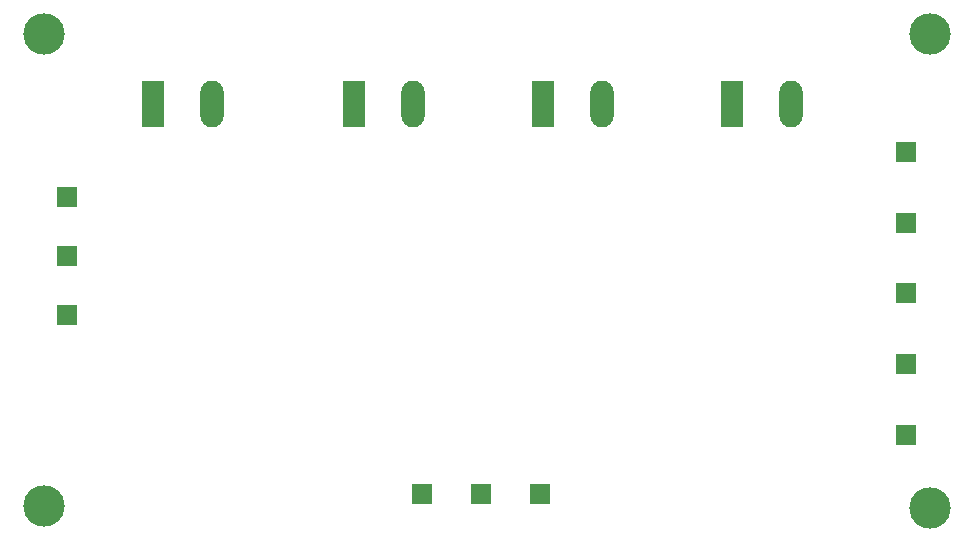
<source format=gbr>
%TF.GenerationSoftware,KiCad,Pcbnew,(6.0.1)*%
%TF.CreationDate,2022-03-07T20:23:26-06:00*%
%TF.ProjectId,light_board,6c696768-745f-4626-9f61-72642e6b6963,rev?*%
%TF.SameCoordinates,Original*%
%TF.FileFunction,Soldermask,Bot*%
%TF.FilePolarity,Negative*%
%FSLAX46Y46*%
G04 Gerber Fmt 4.6, Leading zero omitted, Abs format (unit mm)*
G04 Created by KiCad (PCBNEW (6.0.1)) date 2022-03-07 20:23:26*
%MOMM*%
%LPD*%
G01*
G04 APERTURE LIST*
%ADD10R,1.700000X1.700000*%
%ADD11R,1.980000X3.960000*%
%ADD12O,1.980000X3.960000*%
%ADD13C,3.500000*%
G04 APERTURE END LIST*
D10*
%TO.C,J6*%
X163500000Y-116900000D03*
%TD*%
%TO.C,J5*%
X132500000Y-121900000D03*
%TD*%
D11*
%TO.C,J9*%
X116735000Y-88900000D03*
D12*
X121735000Y-88900000D03*
%TD*%
D13*
%TO.C,H3*%
X90500000Y-82900000D03*
%TD*%
D10*
%TO.C,J17*%
X163500000Y-104900000D03*
%TD*%
D11*
%TO.C,J8*%
X99735000Y-88900000D03*
D12*
X104735000Y-88900000D03*
%TD*%
D10*
%TO.C,J3*%
X122500000Y-121900000D03*
%TD*%
D11*
%TO.C,J11*%
X148735000Y-88900000D03*
D12*
X153735000Y-88900000D03*
%TD*%
D13*
%TO.C,H1*%
X90500000Y-122900000D03*
%TD*%
D10*
%TO.C,J12*%
X163500000Y-98900000D03*
%TD*%
%TO.C,J14*%
X92460000Y-101720000D03*
%TD*%
D11*
%TO.C,J10*%
X132735000Y-88900000D03*
D12*
X137735000Y-88900000D03*
%TD*%
D13*
%TO.C,H4*%
X165500000Y-123100000D03*
%TD*%
D10*
%TO.C,J7*%
X163500000Y-110900000D03*
%TD*%
%TO.C,J2*%
X92460000Y-96720000D03*
%TD*%
D13*
%TO.C,H2*%
X165500000Y-82900000D03*
%TD*%
D10*
%TO.C,J4*%
X127500000Y-121900000D03*
%TD*%
%TO.C,J13*%
X163500000Y-92900000D03*
%TD*%
%TO.C,J1*%
X92460000Y-106720000D03*
%TD*%
M02*

</source>
